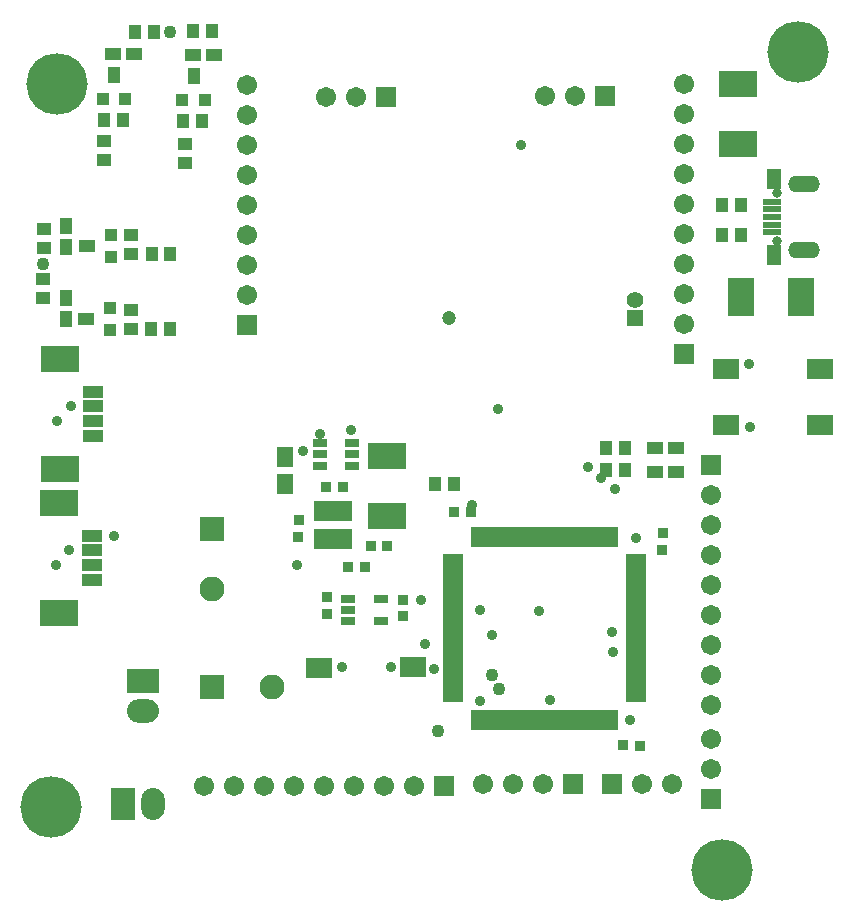
<source format=gts>
G04*
G04 #@! TF.GenerationSoftware,Altium Limited,Altium Designer,20.0.13 (296)*
G04*
G04 Layer_Color=8388736*
%FSLAX44Y44*%
%MOMM*%
G71*
G01*
G75*
%ADD57R,1.0032X1.1682*%
%ADD58R,1.4732X1.1176*%
%ADD59R,1.1176X1.1176*%
%ADD60R,1.1682X1.0032*%
%ADD61R,0.9652X0.9652*%
%ADD62R,1.6782X0.5032*%
%ADD63R,0.5032X1.6782*%
%ADD64R,1.6032X0.6032*%
%ADD65R,1.2032X1.7032*%
%ADD66R,2.2032X3.2032*%
%ADD67R,2.2032X1.7032*%
%ADD68R,1.4732X1.0922*%
%ADD69R,0.9652X0.9652*%
%ADD70R,1.2532X0.8032*%
%ADD71R,3.2032X1.7032*%
%ADD72R,3.2032X2.2032*%
%ADD73R,1.4732X1.7272*%
%ADD74R,1.1176X1.4732*%
%ADD75R,1.1176X1.1176*%
%ADD76R,1.0922X1.4732*%
%ADD77R,1.8032X1.0032*%
%ADD78R,3.2032X2.2032*%
%ADD79R,1.7032X1.7032*%
%ADD80C,1.7032*%
%ADD81R,1.7032X1.7032*%
%ADD82C,0.8032*%
%ADD83O,2.7032X1.4032*%
%ADD84C,2.1032*%
%ADD85R,2.1032X2.1032*%
%ADD86R,2.1032X2.1032*%
%ADD87R,1.4032X1.4032*%
%ADD88C,1.4032*%
%ADD89R,2.7032X2.0032*%
%ADD90O,2.7032X2.0032*%
%ADD91R,2.0032X2.7032*%
%ADD92O,2.0032X2.7032*%
%ADD93C,0.9032*%
%ADD94C,1.1032*%
%ADD95C,1.2032*%
%ADD96C,5.2032*%
D57*
X84330Y404368D02*
D03*
X100330D02*
D03*
X584200Y483870D02*
D03*
X568200D02*
D03*
X469520Y303960D02*
D03*
X485520D02*
D03*
X469520Y285050D02*
D03*
X485520D02*
D03*
X135888Y656590D02*
D03*
X119888D02*
D03*
X71260Y655800D02*
D03*
X87260D02*
D03*
X112010Y580800D02*
D03*
X128010D02*
D03*
X44958Y581660D02*
D03*
X60958D02*
D03*
X325010Y273050D02*
D03*
X341010D02*
D03*
X101090Y467868D02*
D03*
X85090D02*
D03*
X568200Y509270D02*
D03*
X584200D02*
D03*
D58*
X29210Y413258D02*
D03*
X30301Y474878D02*
D03*
D59*
X49530Y422656D02*
D03*
Y403606D02*
D03*
X50621Y465226D02*
D03*
Y484276D02*
D03*
D60*
X-6740Y430550D02*
D03*
Y446550D02*
D03*
X113010Y560800D02*
D03*
Y544800D02*
D03*
X44958Y563370D02*
D03*
X44958Y547370D02*
D03*
X-6350Y473458D02*
D03*
Y489458D02*
D03*
X67310Y483868D02*
D03*
Y467868D02*
D03*
Y420878D02*
D03*
Y404878D02*
D03*
D61*
X246980Y270546D02*
D03*
X233010Y270800D02*
D03*
X341510Y249550D02*
D03*
X355480Y249296D02*
D03*
X498480Y51796D02*
D03*
X484510Y52050D02*
D03*
X284480Y220980D02*
D03*
X270510Y221234D02*
D03*
X265430Y202946D02*
D03*
X251460Y203200D02*
D03*
D62*
X495210Y181130D02*
D03*
Y171130D02*
D03*
Y176130D02*
D03*
X495210Y186130D02*
D03*
X495210Y211130D02*
D03*
Y206130D02*
D03*
Y201130D02*
D03*
Y196130D02*
D03*
Y191130D02*
D03*
Y166130D02*
D03*
Y161130D02*
D03*
X495210Y156130D02*
D03*
Y151130D02*
D03*
Y146130D02*
D03*
X495210Y141130D02*
D03*
Y136130D02*
D03*
Y131130D02*
D03*
Y126130D02*
D03*
Y121130D02*
D03*
X495210Y116130D02*
D03*
X495210Y111130D02*
D03*
Y106130D02*
D03*
Y101130D02*
D03*
Y96130D02*
D03*
Y91130D02*
D03*
X340450D02*
D03*
Y96130D02*
D03*
Y101130D02*
D03*
Y106130D02*
D03*
Y111130D02*
D03*
X340450Y116130D02*
D03*
X340450Y121130D02*
D03*
Y126130D02*
D03*
Y131130D02*
D03*
Y136130D02*
D03*
Y141130D02*
D03*
X340450Y146130D02*
D03*
Y151130D02*
D03*
Y156130D02*
D03*
X340450Y161130D02*
D03*
Y166130D02*
D03*
Y171130D02*
D03*
Y176130D02*
D03*
Y181130D02*
D03*
X340450Y186130D02*
D03*
X340450Y191130D02*
D03*
Y196130D02*
D03*
Y201130D02*
D03*
Y206130D02*
D03*
Y211130D02*
D03*
D63*
X357830Y228510D02*
D03*
X362830D02*
D03*
X367830D02*
D03*
X372830D02*
D03*
X377830D02*
D03*
X382830Y228510D02*
D03*
X387830Y228510D02*
D03*
X392830D02*
D03*
X397830D02*
D03*
X402830D02*
D03*
X407830D02*
D03*
X412830Y228510D02*
D03*
X417830D02*
D03*
X422830D02*
D03*
X427830Y228510D02*
D03*
X432830D02*
D03*
X437830D02*
D03*
X442830D02*
D03*
X447830D02*
D03*
X452830Y228510D02*
D03*
X457830Y228510D02*
D03*
X462830D02*
D03*
X467830D02*
D03*
X472830D02*
D03*
X477830D02*
D03*
Y73750D02*
D03*
X472830D02*
D03*
X467830D02*
D03*
X462830D02*
D03*
X457830D02*
D03*
X452830Y73750D02*
D03*
X447830Y73750D02*
D03*
X442830D02*
D03*
X437830D02*
D03*
X432830D02*
D03*
X427830D02*
D03*
X422830Y73750D02*
D03*
X417830D02*
D03*
X412830D02*
D03*
X407830Y73750D02*
D03*
X402830D02*
D03*
X397830D02*
D03*
X392830D02*
D03*
X387830D02*
D03*
X382830Y73750D02*
D03*
X377830Y73750D02*
D03*
X372830D02*
D03*
X367830D02*
D03*
X362830D02*
D03*
X357830D02*
D03*
D64*
X610814Y505897D02*
D03*
Y499420D02*
D03*
X610814Y492943D02*
D03*
X610814Y486466D02*
D03*
Y512374D02*
D03*
D65*
X612484Y531420D02*
D03*
Y467420D02*
D03*
D66*
X635000Y431800D02*
D03*
X584200D02*
D03*
D67*
X571491Y370812D02*
D03*
X650819Y371012D02*
D03*
X651128Y323120D02*
D03*
X571800Y322920D02*
D03*
X226742Y117910D02*
D03*
X306070Y118110D02*
D03*
D68*
X511250Y283613D02*
D03*
X529030Y283613D02*
D03*
X511250Y303960D02*
D03*
X529030Y303960D02*
D03*
X119887Y636205D02*
D03*
X137667Y636205D02*
D03*
X52578Y637540D02*
D03*
X70358Y637540D02*
D03*
D69*
X517764Y231520D02*
D03*
X517510Y217550D02*
D03*
X297756Y161330D02*
D03*
X298010Y175300D02*
D03*
X233760Y163300D02*
D03*
X234014Y177270D02*
D03*
X209550Y242570D02*
D03*
X209296Y228600D02*
D03*
D70*
X279578Y176049D02*
D03*
Y157049D02*
D03*
X251078D02*
D03*
Y166549D02*
D03*
Y176049D02*
D03*
X228050Y288950D02*
D03*
X228050Y298450D02*
D03*
X228050Y307950D02*
D03*
X254550D02*
D03*
X254550Y298450D02*
D03*
X254550Y288950D02*
D03*
D71*
X238761Y250759D02*
D03*
Y226759D02*
D03*
D72*
X284480Y297180D02*
D03*
Y246380D02*
D03*
X581660Y561340D02*
D03*
Y612140D02*
D03*
D73*
X198010Y295800D02*
D03*
X198010Y272940D02*
D03*
D74*
X120650Y618490D02*
D03*
X53340Y619760D02*
D03*
D75*
X130048Y598170D02*
D03*
X110998D02*
D03*
X62738Y599440D02*
D03*
X43688D02*
D03*
D76*
X12700Y491998D02*
D03*
X12700Y474218D02*
D03*
X12765Y431037D02*
D03*
X12765Y413257D02*
D03*
D77*
X34456Y229708D02*
D03*
Y217208D02*
D03*
X34456Y204708D02*
D03*
X34456Y192208D02*
D03*
X35726Y351628D02*
D03*
X35726Y339128D02*
D03*
Y326628D02*
D03*
Y314128D02*
D03*
D78*
X6350Y257140D02*
D03*
Y164500D02*
D03*
X7620Y379060D02*
D03*
Y286420D02*
D03*
D79*
X558800Y6350D02*
D03*
Y289560D02*
D03*
X536090Y383130D02*
D03*
X166090Y408385D02*
D03*
D80*
X558800Y31750D02*
D03*
Y57150D02*
D03*
X307340Y17780D02*
D03*
X281940D02*
D03*
X256540D02*
D03*
X231140D02*
D03*
X205740D02*
D03*
X180340D02*
D03*
X154940D02*
D03*
X129540D02*
D03*
X558800Y264160D02*
D03*
Y238760D02*
D03*
Y213360D02*
D03*
Y187960D02*
D03*
Y162560D02*
D03*
Y137160D02*
D03*
Y111760D02*
D03*
Y86360D02*
D03*
X500380Y19050D02*
D03*
X525780D02*
D03*
X443230Y601980D02*
D03*
X417830D02*
D03*
X232410Y600710D02*
D03*
X257810D02*
D03*
X536090Y611730D02*
D03*
Y586330D02*
D03*
Y560930D02*
D03*
Y535530D02*
D03*
Y510130D02*
D03*
Y484730D02*
D03*
Y459330D02*
D03*
Y433930D02*
D03*
Y408530D02*
D03*
X166090Y433785D02*
D03*
Y459185D02*
D03*
Y484585D02*
D03*
Y509985D02*
D03*
Y535385D02*
D03*
Y560785D02*
D03*
Y586185D02*
D03*
Y611585D02*
D03*
X365760Y19050D02*
D03*
X391160D02*
D03*
X416560D02*
D03*
D81*
X332740Y17780D02*
D03*
X474980Y19050D02*
D03*
X468630Y601980D02*
D03*
X283210Y600710D02*
D03*
X441960Y19050D02*
D03*
D82*
X614540Y519420D02*
D03*
X614540Y479420D02*
D03*
D83*
X637540Y471170D02*
D03*
Y527670D02*
D03*
D84*
X135890Y184150D02*
D03*
X186690Y101600D02*
D03*
D85*
X135890Y234950D02*
D03*
D86*
Y101600D02*
D03*
D87*
X494030Y414020D02*
D03*
D88*
Y429020D02*
D03*
D89*
X77470Y106680D02*
D03*
D90*
Y81280D02*
D03*
D91*
X60960Y2540D02*
D03*
D92*
X86360D02*
D03*
D93*
X213500Y301000D02*
D03*
X246750Y118000D02*
D03*
X324260Y116300D02*
D03*
X317010Y138050D02*
D03*
X287570Y118110D02*
D03*
X362830Y89480D02*
D03*
X228010Y315800D02*
D03*
X254260Y319050D02*
D03*
X356260Y255300D02*
D03*
X208260Y204800D02*
D03*
X53352Y229708D02*
D03*
X16872Y339128D02*
D03*
X5188Y326628D02*
D03*
X3918Y204708D02*
D03*
X15602Y217208D02*
D03*
X313260Y175300D02*
D03*
X378510Y336550D02*
D03*
X363010Y167050D02*
D03*
X490210Y73750D02*
D03*
X495260Y227550D02*
D03*
X590510Y374800D02*
D03*
X397830Y560730D02*
D03*
X591510Y321800D02*
D03*
X477510Y269300D02*
D03*
X465260Y278800D02*
D03*
X454510Y287714D02*
D03*
X422830Y90730D02*
D03*
X475260Y148050D02*
D03*
X475760Y131300D02*
D03*
X413010Y165800D02*
D03*
X373010Y145800D02*
D03*
D94*
X373260Y111800D02*
D03*
X327760Y64300D02*
D03*
X379010Y99800D02*
D03*
X-6740Y460004D02*
D03*
X100510Y656050D02*
D03*
D95*
X336540Y414020D02*
D03*
D96*
X632460Y638810D02*
D03*
X5080Y612140D02*
D03*
X0Y0D02*
D03*
X568260Y-53700D02*
D03*
M02*

</source>
